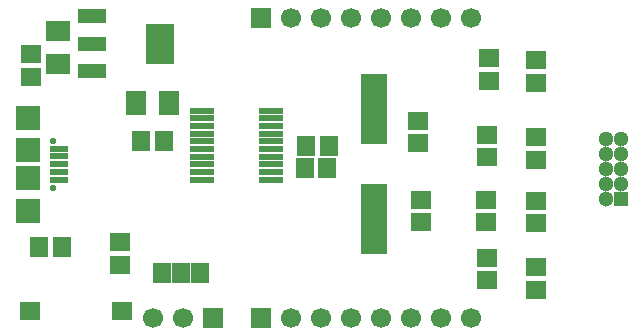
<source format=gts>
G04 DipTrace 3.3.1.3*
G04 cmsis_dap.gts*
%MOIN*%
G04 #@! TF.FileFunction,Soldermask,Top*
G04 #@! TF.Part,Single*
%ADD38C,0.021654*%
%ADD45C,0.055512*%
%ADD47R,0.086614X0.234646*%
%ADD49R,0.07874X0.023622*%
%ADD51R,0.09252X0.135827*%
%ADD53R,0.09252X0.045276*%
%ADD55R,0.066929X0.062992*%
%ADD57C,0.051181*%
%ADD58R,0.051181X0.051181*%
%ADD60R,0.061024X0.023622*%
%ADD62R,0.082677X0.082677*%
%ADD63R,0.066929X0.066929*%
%ADD64C,0.066929*%
%ADD66R,0.070866X0.07874*%
%ADD68R,0.07874X0.070866*%
%ADD70R,0.066929X0.059055*%
%ADD72R,0.059055X0.066929*%
%FSLAX26Y26*%
G04*
G70*
G90*
G75*
G01*
G04 TopMask*
%LPD*%
D72*
X903149Y1069291D3*
X828346D3*
X1377952Y1055117D3*
X1452755D3*
D70*
X757086Y657480D3*
Y732283D3*
D68*
X549606Y1325983D3*
Y1436220D3*
D66*
X811023Y1196850D3*
X921259D3*
D70*
X1751968Y1137794D3*
Y1062991D3*
X1759842Y799212D3*
Y874015D3*
X2145669Y649606D3*
Y574802D3*
Y870078D3*
Y795275D3*
Y1082676D3*
Y1007873D3*
Y1338582D3*
Y1263779D3*
D63*
X1228346Y1480314D3*
D64*
X1328346D3*
X1428346D3*
X1528346D3*
X1628346D3*
X1728346D3*
X1828346D3*
X1928346D3*
D63*
X1228346Y480314D3*
D64*
X1328346D3*
X1428346D3*
X1528346D3*
X1628346D3*
X1728346D3*
X1828346D3*
X1928346D3*
D62*
X449994Y1148424D3*
Y837401D3*
D60*
X555309Y1044094D3*
Y1018503D3*
Y992913D3*
Y967322D3*
Y941731D3*
D62*
X449994Y1040157D3*
Y945669D3*
D38*
X534640Y1071653D3*
Y914172D3*
D58*
X2429133Y877952D3*
D57*
X2379133D3*
X2429133Y927952D3*
X2379133D3*
X2429133Y977952D3*
X2379133D3*
X2429133Y1027952D3*
X2379133D3*
X2429133Y1077952D3*
X2379133D3*
D63*
X1066928Y480314D3*
D64*
X966928D3*
X866928D3*
D70*
X459842Y1283857D3*
Y1358661D3*
D72*
X488188Y716535D3*
X562991D3*
X1374015Y980314D3*
X1448818D3*
D70*
X1980314Y606298D3*
Y681102D3*
X1976377Y799212D3*
Y874015D3*
X1980314Y1015747D3*
Y1090550D3*
X1988188Y1271653D3*
Y1346456D3*
D72*
X1023621Y629920D3*
X960629D3*
X897637D3*
D55*
X763779Y503936D3*
X456692D3*
D53*
X662991Y1485432D3*
Y1394881D3*
Y1304330D3*
D51*
X891338Y1394881D3*
D49*
X1259842Y940944D3*
Y966535D3*
Y992125D3*
Y1017716D3*
Y1043306D3*
Y1068897D3*
Y1094487D3*
Y1120078D3*
Y1145669D3*
Y1171259D3*
X1031487D3*
X1031495Y1145669D3*
Y1120078D3*
Y1094487D3*
Y1068897D3*
Y1043306D3*
Y1017716D3*
Y992125D3*
Y966535D3*
Y940944D3*
D47*
X1602760Y811810D3*
Y1176377D3*
D45*
Y898031D3*
Y1090157D3*
M02*

</source>
